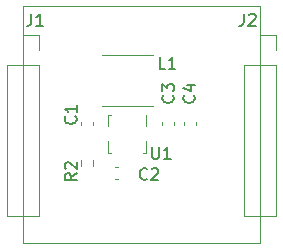
<source format=gbr>
G04 #@! TF.GenerationSoftware,KiCad,Pcbnew,(5.99.0-11522-g728b160719)*
G04 #@! TF.CreationDate,2021-08-02T20:33:24+10:00*
G04 #@! TF.ProjectId,DC-DC,44432d44-432e-46b6-9963-61645f706362,0.2*
G04 #@! TF.SameCoordinates,Original*
G04 #@! TF.FileFunction,Legend,Top*
G04 #@! TF.FilePolarity,Positive*
%FSLAX46Y46*%
G04 Gerber Fmt 4.6, Leading zero omitted, Abs format (unit mm)*
G04 Created by KiCad (PCBNEW (5.99.0-11522-g728b160719)) date 2021-08-02 20:33:24*
%MOMM*%
%LPD*%
G01*
G04 APERTURE LIST*
G04 #@! TA.AperFunction,Profile*
%ADD10C,0.100000*%
G04 #@! TD*
%ADD11C,0.150000*%
%ADD12C,0.120000*%
G04 APERTURE END LIST*
D10*
X109474000Y-73152000D02*
X89408000Y-73152000D01*
X89408000Y-73152000D02*
X89408000Y-53086000D01*
X89408000Y-53086000D02*
X109474000Y-53086000D01*
X109474000Y-53086000D02*
X109474000Y-73152000D01*
D11*
G04 #@! TO.C,C3*
X102084142Y-60618666D02*
X102131761Y-60666285D01*
X102179380Y-60809142D01*
X102179380Y-60904380D01*
X102131761Y-61047238D01*
X102036523Y-61142476D01*
X101941285Y-61190095D01*
X101750809Y-61237714D01*
X101607952Y-61237714D01*
X101417476Y-61190095D01*
X101322238Y-61142476D01*
X101227000Y-61047238D01*
X101179380Y-60904380D01*
X101179380Y-60809142D01*
X101227000Y-60666285D01*
X101274619Y-60618666D01*
X101179380Y-60285333D02*
X101179380Y-59666285D01*
X101560333Y-59999619D01*
X101560333Y-59856761D01*
X101607952Y-59761523D01*
X101655571Y-59713904D01*
X101750809Y-59666285D01*
X101988904Y-59666285D01*
X102084142Y-59713904D01*
X102131761Y-59761523D01*
X102179380Y-59856761D01*
X102179380Y-60142476D01*
X102131761Y-60237714D01*
X102084142Y-60285333D01*
G04 #@! TO.C,C1*
X93829142Y-62396666D02*
X93876761Y-62444285D01*
X93924380Y-62587142D01*
X93924380Y-62682380D01*
X93876761Y-62825238D01*
X93781523Y-62920476D01*
X93686285Y-62968095D01*
X93495809Y-63015714D01*
X93352952Y-63015714D01*
X93162476Y-62968095D01*
X93067238Y-62920476D01*
X92972000Y-62825238D01*
X92924380Y-62682380D01*
X92924380Y-62587142D01*
X92972000Y-62444285D01*
X93019619Y-62396666D01*
X93924380Y-61444285D02*
X93924380Y-62015714D01*
X93924380Y-61730000D02*
X92924380Y-61730000D01*
X93067238Y-61825238D01*
X93162476Y-61920476D01*
X93210095Y-62015714D01*
G04 #@! TO.C,J2*
X108099666Y-53706380D02*
X108099666Y-54420666D01*
X108052047Y-54563523D01*
X107956809Y-54658761D01*
X107813952Y-54706380D01*
X107718714Y-54706380D01*
X108528238Y-53801619D02*
X108575857Y-53754000D01*
X108671095Y-53706380D01*
X108909190Y-53706380D01*
X109004428Y-53754000D01*
X109052047Y-53801619D01*
X109099666Y-53896857D01*
X109099666Y-53992095D01*
X109052047Y-54134952D01*
X108480619Y-54706380D01*
X109099666Y-54706380D01*
G04 #@! TO.C,J1*
X90090666Y-53706380D02*
X90090666Y-54420666D01*
X90043047Y-54563523D01*
X89947809Y-54658761D01*
X89804952Y-54706380D01*
X89709714Y-54706380D01*
X91090666Y-54706380D02*
X90519238Y-54706380D01*
X90804952Y-54706380D02*
X90804952Y-53706380D01*
X90709714Y-53849238D01*
X90614476Y-53944476D01*
X90519238Y-53992095D01*
G04 #@! TO.C,R2*
X93924380Y-67222666D02*
X93448190Y-67556000D01*
X93924380Y-67794095D02*
X92924380Y-67794095D01*
X92924380Y-67413142D01*
X92972000Y-67317904D01*
X93019619Y-67270285D01*
X93114857Y-67222666D01*
X93257714Y-67222666D01*
X93352952Y-67270285D01*
X93400571Y-67317904D01*
X93448190Y-67413142D01*
X93448190Y-67794095D01*
X93019619Y-66841714D02*
X92972000Y-66794095D01*
X92924380Y-66698857D01*
X92924380Y-66460761D01*
X92972000Y-66365523D01*
X93019619Y-66317904D01*
X93114857Y-66270285D01*
X93210095Y-66270285D01*
X93352952Y-66317904D01*
X93924380Y-66889333D01*
X93924380Y-66270285D01*
G04 #@! TO.C,U1*
X100330095Y-64984380D02*
X100330095Y-65793904D01*
X100377714Y-65889142D01*
X100425333Y-65936761D01*
X100520571Y-65984380D01*
X100711047Y-65984380D01*
X100806285Y-65936761D01*
X100853904Y-65889142D01*
X100901523Y-65793904D01*
X100901523Y-64984380D01*
X101901523Y-65984380D02*
X101330095Y-65984380D01*
X101615809Y-65984380D02*
X101615809Y-64984380D01*
X101520571Y-65127238D01*
X101425333Y-65222476D01*
X101330095Y-65270095D01*
G04 #@! TO.C,C4*
X103862142Y-60618666D02*
X103909761Y-60666285D01*
X103957380Y-60809142D01*
X103957380Y-60904380D01*
X103909761Y-61047238D01*
X103814523Y-61142476D01*
X103719285Y-61190095D01*
X103528809Y-61237714D01*
X103385952Y-61237714D01*
X103195476Y-61190095D01*
X103100238Y-61142476D01*
X103005000Y-61047238D01*
X102957380Y-60904380D01*
X102957380Y-60809142D01*
X103005000Y-60666285D01*
X103052619Y-60618666D01*
X103290714Y-59761523D02*
X103957380Y-59761523D01*
X102909761Y-59999619D02*
X103624047Y-60237714D01*
X103624047Y-59618666D01*
G04 #@! TO.C,L1*
X101433333Y-58364380D02*
X100957142Y-58364380D01*
X100957142Y-57364380D01*
X102290476Y-58364380D02*
X101719047Y-58364380D01*
X102004761Y-58364380D02*
X102004761Y-57364380D01*
X101909523Y-57507238D01*
X101814285Y-57602476D01*
X101719047Y-57650095D01*
G04 #@! TO.C,C2*
X99909333Y-67667142D02*
X99861714Y-67714761D01*
X99718857Y-67762380D01*
X99623619Y-67762380D01*
X99480761Y-67714761D01*
X99385523Y-67619523D01*
X99337904Y-67524285D01*
X99290285Y-67333809D01*
X99290285Y-67190952D01*
X99337904Y-67000476D01*
X99385523Y-66905238D01*
X99480761Y-66810000D01*
X99623619Y-66762380D01*
X99718857Y-66762380D01*
X99861714Y-66810000D01*
X99909333Y-66857619D01*
X100290285Y-66857619D02*
X100337904Y-66810000D01*
X100433142Y-66762380D01*
X100671238Y-66762380D01*
X100766476Y-66810000D01*
X100814095Y-66857619D01*
X100861714Y-66952857D01*
X100861714Y-67048095D01*
X100814095Y-67190952D01*
X100242666Y-67762380D01*
X100861714Y-67762380D01*
D12*
G04 #@! TO.C,C3*
X102153500Y-62838420D02*
X102153500Y-63119580D01*
X101133500Y-62838420D02*
X101133500Y-63119580D01*
G04 #@! TO.C,C1*
X94275500Y-62864420D02*
X94275500Y-63145580D01*
X95295500Y-62864420D02*
X95295500Y-63145580D01*
G04 #@! TO.C,J2*
X110804000Y-58064000D02*
X110804000Y-70824000D01*
X108144000Y-58064000D02*
X108144000Y-70824000D01*
X108144000Y-70824000D02*
X110804000Y-70824000D01*
X108144000Y-58064000D02*
X110804000Y-58064000D01*
X109474000Y-55464000D02*
X110804000Y-55464000D01*
X110804000Y-55464000D02*
X110804000Y-56794000D01*
G04 #@! TO.C,J1*
X90738000Y-58064000D02*
X90738000Y-70824000D01*
X90738000Y-55464000D02*
X90738000Y-56794000D01*
X88078000Y-58064000D02*
X88078000Y-70824000D01*
X89408000Y-55464000D02*
X90738000Y-55464000D01*
X88078000Y-70824000D02*
X90738000Y-70824000D01*
X88078000Y-58064000D02*
X90738000Y-58064000D01*
G04 #@! TO.C,R2*
X94263000Y-66595258D02*
X94263000Y-66120742D01*
X95308000Y-66595258D02*
X95308000Y-66120742D01*
G04 #@! TO.C,U1*
X96834500Y-65491000D02*
X96604500Y-65491000D01*
X96604500Y-62271000D02*
X96604500Y-63246000D01*
X99824500Y-64516000D02*
X99824500Y-65491000D01*
X99824500Y-65491000D02*
X99594500Y-65491000D01*
X96834500Y-62271000D02*
X96604500Y-62271000D01*
X96604500Y-64516000D02*
X96604500Y-65491000D01*
X99824500Y-62241000D02*
X99824500Y-63246000D01*
G04 #@! TO.C,C4*
X104058500Y-62838420D02*
X104058500Y-63119580D01*
X103038500Y-62838420D02*
X103038500Y-63119580D01*
G04 #@! TO.C,L1*
X96060500Y-57234000D02*
X100368500Y-57234000D01*
X100368500Y-61542000D02*
X96060500Y-61542000D01*
G04 #@! TO.C,C2*
X97171920Y-67693000D02*
X97453080Y-67693000D01*
X97171920Y-66673000D02*
X97453080Y-66673000D01*
G04 #@! TD*
M02*

</source>
